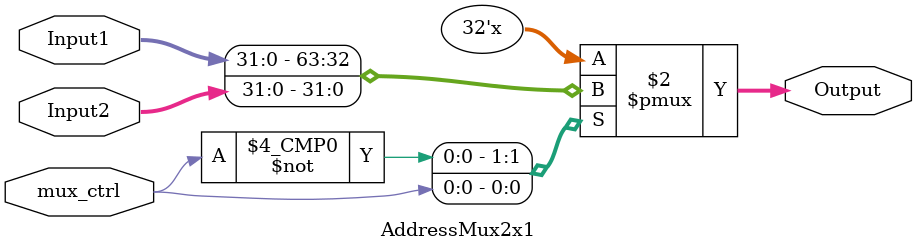
<source format=v>
module AddressMux2x1  ( input mux_ctrl , 
	input signed [31:0] Input1 ,
	input signed [31:0] Input2  ,
	output reg signed [31:0] Output ) ;

always @ ( mux_ctrl or Input1 or Input2 )
begin 
  case (mux_ctrl)

0:
begin
Output = Input1 ;
end

1:
begin
Output = Input2 ;
end

endcase 

end

endmodule 

</source>
